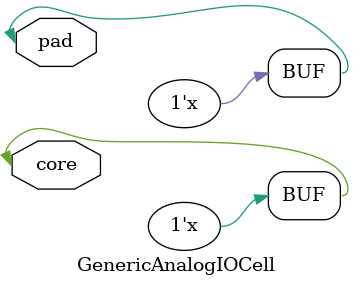
<source format=v>
module GenericAnalogIOCell(
    inout pad,
    inout core
);
    assign core = 1'bz;
    assign pad = core;
endmodule
</source>
